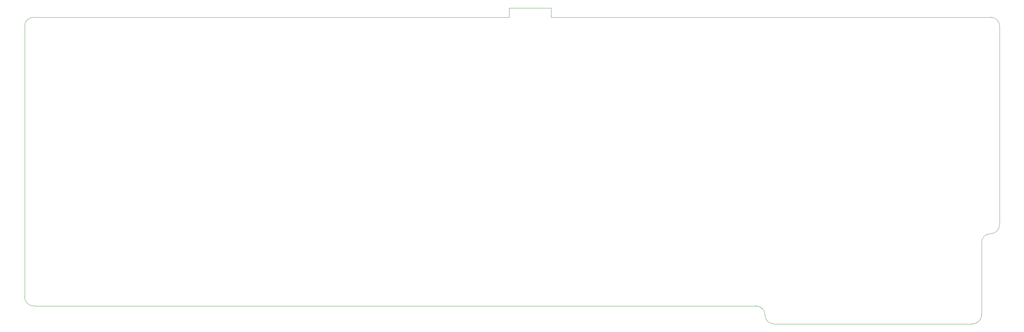
<source format=gm1>
G04 #@! TF.GenerationSoftware,KiCad,Pcbnew,5.1.7*
G04 #@! TF.CreationDate,2020-10-07T19:53:18-07:00*
G04 #@! TF.ProjectId,Program Yoink,50726f67-7261-46d2-9059-6f696e6b2e6b,rev?*
G04 #@! TF.SameCoordinates,Original*
G04 #@! TF.FileFunction,Profile,NP*
%FSLAX46Y46*%
G04 Gerber Fmt 4.6, Leading zero omitted, Abs format (unit mm)*
G04 Created by KiCad (PCBNEW 5.1.7) date 2020-10-07 19:53:18*
%MOMM*%
%LPD*%
G01*
G04 APERTURE LIST*
G04 #@! TA.AperFunction,Profile*
%ADD10C,0.100000*%
G04 #@! TD*
G04 APERTURE END LIST*
D10*
X-8731250Y260350000D02*
X-9525000Y260350000D01*
X-8731250Y262731250D02*
X-8731250Y260350000D01*
X2381250Y262731250D02*
X-8731250Y262731250D01*
X2381250Y260350000D02*
X2381250Y262731250D01*
X3175000Y260350000D02*
X2381250Y260350000D01*
X-9525000Y260350000D02*
X-133350000Y260350000D01*
X117475000Y260350000D02*
X3175000Y260350000D01*
X120650000Y205581250D02*
X120650000Y257175000D01*
X120650000Y205581250D02*
G75*
G02*
X118268750Y203200000I-2381250J0D01*
G01*
X115887500Y200818750D02*
G75*
G02*
X118268750Y203200000I2381250J0D01*
G01*
X115887500Y181768750D02*
X115887500Y200818750D01*
X115887500Y181768750D02*
G75*
G02*
X113506250Y179387500I-2381250J0D01*
G01*
X61118750Y179387500D02*
X113506250Y179387500D01*
X53975000Y184150000D02*
X56356250Y184150000D01*
X56356250Y184150000D02*
G75*
G02*
X58737500Y181768750I0J-2381250D01*
G01*
X61118750Y179387500D02*
G75*
G02*
X58737500Y181768750I0J2381250D01*
G01*
X-134143750Y184150000D02*
G75*
G02*
X-136525000Y186531250I0J2381250D01*
G01*
X-133350000Y184150000D02*
X-134143750Y184150000D01*
X-136525000Y187325000D02*
X-136525000Y186531250D01*
X-136525000Y257968750D02*
G75*
G02*
X-134143750Y260350000I2381250J0D01*
G01*
X-136525000Y257175000D02*
X-136525000Y257968750D01*
X-133350000Y260350000D02*
X-134143750Y260350000D01*
X118268750Y260350000D02*
G75*
G02*
X120650000Y257968750I0J-2381250D01*
G01*
X117475000Y260350000D02*
X118268750Y260350000D01*
X120650000Y257175000D02*
X120650000Y257968750D01*
X50800000Y184150000D02*
X53975000Y184150000D01*
X-133350000Y184150000D02*
X50800000Y184150000D01*
X-136525000Y257175000D02*
X-136525000Y187325000D01*
M02*

</source>
